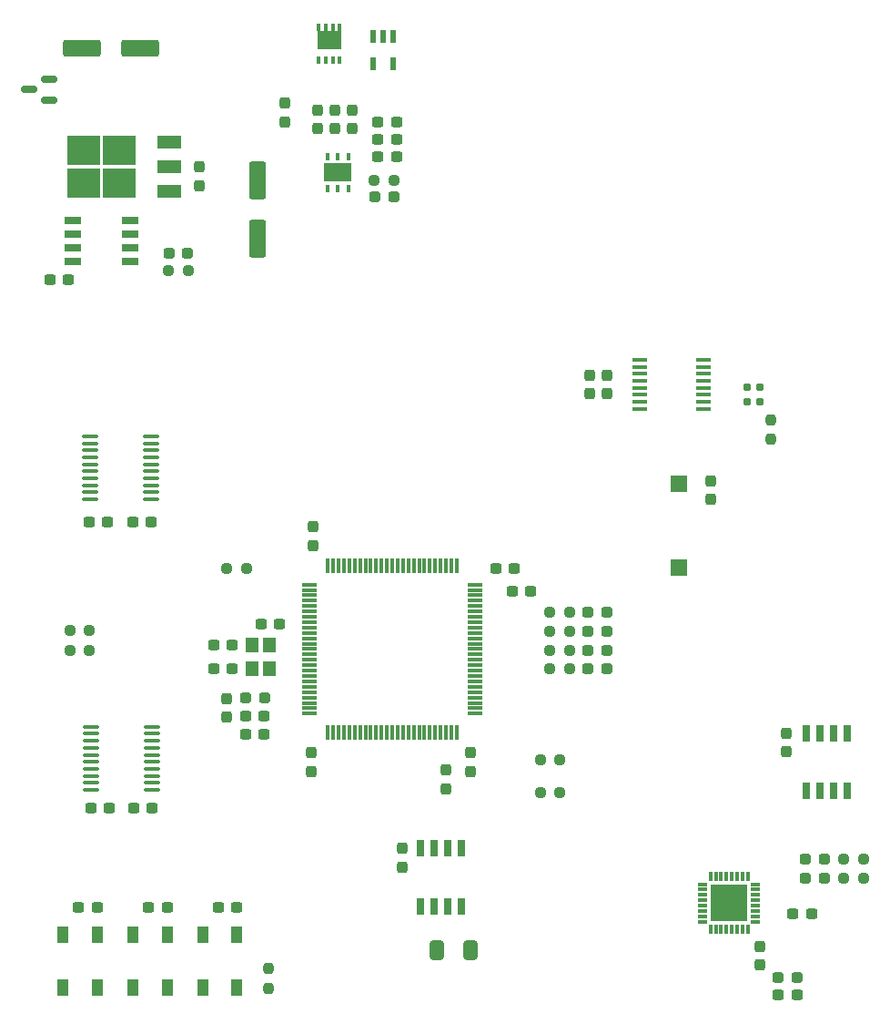
<source format=gbr>
%TF.GenerationSoftware,KiCad,Pcbnew,(6.0.0)*%
%TF.CreationDate,2022-01-23T23:40:48+07:00*%
%TF.ProjectId,NarwhelMainV2,4e617277-6865-46c4-9d61-696e56322e6b,rev?*%
%TF.SameCoordinates,Original*%
%TF.FileFunction,Paste,Top*%
%TF.FilePolarity,Positive*%
%FSLAX46Y46*%
G04 Gerber Fmt 4.6, Leading zero omitted, Abs format (unit mm)*
G04 Created by KiCad (PCBNEW (6.0.0)) date 2022-01-23 23:40:48*
%MOMM*%
%LPD*%
G01*
G04 APERTURE LIST*
G04 Aperture macros list*
%AMRoundRect*
0 Rectangle with rounded corners*
0 $1 Rounding radius*
0 $2 $3 $4 $5 $6 $7 $8 $9 X,Y pos of 4 corners*
0 Add a 4 corners polygon primitive as box body*
4,1,4,$2,$3,$4,$5,$6,$7,$8,$9,$2,$3,0*
0 Add four circle primitives for the rounded corners*
1,1,$1+$1,$2,$3*
1,1,$1+$1,$4,$5*
1,1,$1+$1,$6,$7*
1,1,$1+$1,$8,$9*
0 Add four rect primitives between the rounded corners*
20,1,$1+$1,$2,$3,$4,$5,0*
20,1,$1+$1,$4,$5,$6,$7,0*
20,1,$1+$1,$6,$7,$8,$9,0*
20,1,$1+$1,$8,$9,$2,$3,0*%
G04 Aperture macros list end*
%ADD10RoundRect,0.237500X-0.237500X0.300000X-0.237500X-0.300000X0.237500X-0.300000X0.237500X0.300000X0*%
%ADD11RoundRect,0.237500X-0.300000X-0.237500X0.300000X-0.237500X0.300000X0.237500X-0.300000X0.237500X0*%
%ADD12RoundRect,0.237500X-0.250000X-0.237500X0.250000X-0.237500X0.250000X0.237500X-0.250000X0.237500X0*%
%ADD13RoundRect,0.237500X0.250000X0.237500X-0.250000X0.237500X-0.250000X-0.237500X0.250000X-0.237500X0*%
%ADD14RoundRect,0.237500X0.300000X0.237500X-0.300000X0.237500X-0.300000X-0.237500X0.300000X-0.237500X0*%
%ADD15RoundRect,0.160000X-0.197500X-0.160000X0.197500X-0.160000X0.197500X0.160000X-0.197500X0.160000X0*%
%ADD16R,0.650000X1.500000*%
%ADD17RoundRect,0.237500X-0.287500X-0.237500X0.287500X-0.237500X0.287500X0.237500X-0.287500X0.237500X0*%
%ADD18RoundRect,0.237500X0.237500X-0.300000X0.237500X0.300000X-0.237500X0.300000X-0.237500X-0.300000X0*%
%ADD19R,1.200000X1.400000*%
%ADD20RoundRect,0.250000X1.500000X0.550000X-1.500000X0.550000X-1.500000X-0.550000X1.500000X-0.550000X0*%
%ADD21R,0.850000X0.300000*%
%ADD22R,0.300000X0.850000*%
%ADD23R,3.400000X3.400000*%
%ADD24RoundRect,0.237500X0.287500X0.237500X-0.287500X0.237500X-0.287500X-0.237500X0.287500X-0.237500X0*%
%ADD25R,1.500000X0.650000*%
%ADD26R,0.600000X1.200000*%
%ADD27R,0.300000X0.800000*%
%ADD28R,2.500000X1.750000*%
%ADD29R,1.000000X1.500000*%
%ADD30RoundRect,0.100000X0.637500X0.100000X-0.637500X0.100000X-0.637500X-0.100000X0.637500X-0.100000X0*%
%ADD31R,0.340000X0.800000*%
%ADD32R,0.340000X0.650000*%
%ADD33R,2.290000X1.710000*%
%ADD34R,1.475000X0.450000*%
%ADD35RoundRect,0.250000X-0.412500X-0.650000X0.412500X-0.650000X0.412500X0.650000X-0.412500X0.650000X0*%
%ADD36RoundRect,0.237500X0.237500X-0.250000X0.237500X0.250000X-0.237500X0.250000X-0.237500X-0.250000X0*%
%ADD37RoundRect,0.237500X-0.237500X0.250000X-0.237500X-0.250000X0.237500X-0.250000X0.237500X0.250000X0*%
%ADD38R,1.475000X0.300000*%
%ADD39R,0.300000X1.475000*%
%ADD40R,1.500000X1.500000*%
%ADD41RoundRect,0.237500X-0.237500X0.287500X-0.237500X-0.287500X0.237500X-0.287500X0.237500X0.287500X0*%
%ADD42RoundRect,0.250000X-0.550000X1.500000X-0.550000X-1.500000X0.550000X-1.500000X0.550000X1.500000X0*%
%ADD43R,3.050000X2.750000*%
%ADD44R,2.200000X1.200000*%
%ADD45RoundRect,0.150000X0.587500X0.150000X-0.587500X0.150000X-0.587500X-0.150000X0.587500X-0.150000X0*%
G04 APERTURE END LIST*
D10*
%TO.C,C37*%
X182850000Y-113312500D03*
X182850000Y-115037500D03*
%TD*%
D11*
%TO.C,C33*%
X144875000Y-59705000D03*
X146600000Y-59705000D03*
%TD*%
D12*
%TO.C,R5*%
X160862500Y-105600000D03*
X162687500Y-105600000D03*
%TD*%
D13*
%TO.C,R8*%
X118037500Y-103750000D03*
X116212500Y-103750000D03*
%TD*%
D14*
%TO.C,C6*%
X125250000Y-129500000D03*
X123525000Y-129500000D03*
%TD*%
D15*
%TO.C,R16*%
X179202500Y-82500000D03*
X180397500Y-82500000D03*
%TD*%
D10*
%TO.C,C2*%
X130825000Y-110087500D03*
X130825000Y-111812500D03*
%TD*%
D15*
%TO.C,R17*%
X179202500Y-81200000D03*
X180397500Y-81200000D03*
%TD*%
D16*
%TO.C,IC7*%
X184695000Y-118700000D03*
X185965000Y-118700000D03*
X187235000Y-118700000D03*
X188505000Y-118700000D03*
X188505000Y-113300000D03*
X187235000Y-113300000D03*
X185965000Y-113300000D03*
X184695000Y-113300000D03*
%TD*%
D12*
%TO.C,R7*%
X116212500Y-105650000D03*
X118037500Y-105650000D03*
%TD*%
D11*
%TO.C,C32*%
X144875000Y-58105000D03*
X146600000Y-58105000D03*
%TD*%
D10*
%TO.C,C20*%
X147125000Y-124037500D03*
X147125000Y-125762500D03*
%TD*%
D11*
%TO.C,C34*%
X182112500Y-137600000D03*
X183837500Y-137600000D03*
%TD*%
D12*
%TO.C,R3*%
X160862500Y-102100000D03*
X162687500Y-102100000D03*
%TD*%
D14*
%TO.C,C10*%
X134287500Y-113450000D03*
X132562500Y-113450000D03*
%TD*%
D10*
%TO.C,C17*%
X166200000Y-80037500D03*
X166200000Y-81762500D03*
%TD*%
D17*
%TO.C,D11*%
X184643750Y-126800000D03*
X186393750Y-126800000D03*
%TD*%
%TO.C,D10*%
X184643750Y-125000000D03*
X186393750Y-125000000D03*
%TD*%
%TO.C,FB1*%
X132550000Y-110050000D03*
X134300000Y-110050000D03*
%TD*%
D10*
%TO.C,C14*%
X175850000Y-89887500D03*
X175850000Y-91612500D03*
%TD*%
D12*
%TO.C,R9*%
X130800000Y-98000000D03*
X132625000Y-98000000D03*
%TD*%
D18*
%TO.C,C1*%
X138800000Y-95862500D03*
X138800000Y-94137500D03*
%TD*%
D19*
%TO.C,Y1*%
X133125000Y-105150000D03*
X133125000Y-107350000D03*
X134725000Y-107350000D03*
X134725000Y-105150000D03*
%TD*%
D11*
%TO.C,C24*%
X118137500Y-120250000D03*
X119862500Y-120250000D03*
%TD*%
D20*
%TO.C,C25*%
X122700000Y-49700000D03*
X117300000Y-49700000D03*
%TD*%
D14*
%TO.C,C8*%
X134287500Y-111750000D03*
X132562500Y-111750000D03*
%TD*%
D10*
%TO.C,C26*%
X128250000Y-60700000D03*
X128250000Y-62425000D03*
%TD*%
D18*
%TO.C,C29*%
X140875000Y-57112500D03*
X140875000Y-55387500D03*
%TD*%
D10*
%TO.C,C7*%
X153500000Y-115137500D03*
X153500000Y-116862500D03*
%TD*%
D21*
%TO.C,IC8*%
X175100000Y-127350000D03*
X175100000Y-127850000D03*
X175100000Y-128350000D03*
X175100000Y-128850000D03*
X175100000Y-129350000D03*
X175100000Y-129850000D03*
X175100000Y-130350000D03*
X175100000Y-130850000D03*
D22*
X175800000Y-131550000D03*
X176300000Y-131550000D03*
X176800000Y-131550000D03*
X177300000Y-131550000D03*
X177800000Y-131550000D03*
X178300000Y-131550000D03*
X178800000Y-131550000D03*
X179300000Y-131550000D03*
D21*
X180000000Y-130850000D03*
X180000000Y-130350000D03*
X180000000Y-129850000D03*
X180000000Y-129350000D03*
X180000000Y-128850000D03*
X180000000Y-128350000D03*
X180000000Y-127850000D03*
X180000000Y-127350000D03*
D22*
X179300000Y-126650000D03*
X178800000Y-126650000D03*
X178300000Y-126650000D03*
X177800000Y-126650000D03*
X177300000Y-126650000D03*
X176800000Y-126650000D03*
X176300000Y-126650000D03*
X175800000Y-126650000D03*
D23*
X177550000Y-129100000D03*
%TD*%
D11*
%TO.C,C16*%
X157337500Y-100100000D03*
X159062500Y-100100000D03*
%TD*%
D13*
%TO.C,R11*%
X161800000Y-118800000D03*
X159975000Y-118800000D03*
%TD*%
D24*
%TO.C,D5*%
X166150000Y-105600000D03*
X164400000Y-105600000D03*
%TD*%
D25*
%TO.C,IC6*%
X121850000Y-69455000D03*
X121850000Y-68185000D03*
X121850000Y-66915000D03*
X121850000Y-65645000D03*
X116450000Y-65645000D03*
X116450000Y-66915000D03*
X116450000Y-68185000D03*
X116450000Y-69455000D03*
%TD*%
D26*
%TO.C,IC4*%
X146285000Y-48595000D03*
X145335000Y-48595000D03*
X144385000Y-48595000D03*
X144385000Y-51095000D03*
X146285000Y-51095000D03*
%TD*%
D18*
%TO.C,C30*%
X142475000Y-57112500D03*
X142475000Y-55387500D03*
%TD*%
D14*
%TO.C,C12*%
X131287500Y-105150000D03*
X129562500Y-105150000D03*
%TD*%
D24*
%TO.C,D9*%
X127175000Y-68700000D03*
X125425000Y-68700000D03*
%TD*%
D11*
%TO.C,C22*%
X118000000Y-93650000D03*
X119725000Y-93650000D03*
%TD*%
%TO.C,C21*%
X122062500Y-93650000D03*
X123787500Y-93650000D03*
%TD*%
D14*
%TO.C,C11*%
X135687500Y-103200000D03*
X133962500Y-103200000D03*
%TD*%
D27*
%TO.C,IC5*%
X140200000Y-62705000D03*
X141150000Y-62705000D03*
X142100000Y-62705000D03*
X142100000Y-59705000D03*
X141150000Y-59705000D03*
X140200000Y-59705000D03*
D28*
X141150000Y-61205000D03*
%TD*%
D29*
%TO.C,D8*%
X118750000Y-132050000D03*
X115550000Y-132050000D03*
X115550000Y-136950000D03*
X118750000Y-136950000D03*
%TD*%
D24*
%TO.C,D3*%
X166150000Y-102100000D03*
X164400000Y-102100000D03*
%TD*%
D10*
%TO.C,C15*%
X151200000Y-116737500D03*
X151200000Y-118462500D03*
%TD*%
D17*
%TO.C,FB3*%
X182100000Y-136000000D03*
X183850000Y-136000000D03*
%TD*%
D14*
%TO.C,C13*%
X131287500Y-107350000D03*
X129562500Y-107350000D03*
%TD*%
D24*
%TO.C,D6*%
X166150000Y-107350000D03*
X164400000Y-107350000D03*
%TD*%
D13*
%TO.C,R12*%
X161812500Y-115800000D03*
X159987500Y-115800000D03*
%TD*%
D30*
%TO.C,U2*%
X123862500Y-118575000D03*
X123862500Y-117925000D03*
X123862500Y-117275000D03*
X123862500Y-116625000D03*
X123862500Y-115975000D03*
X123862500Y-115325000D03*
X123862500Y-114675000D03*
X123862500Y-114025000D03*
X123862500Y-113375000D03*
X123862500Y-112725000D03*
X118137500Y-112725000D03*
X118137500Y-113375000D03*
X118137500Y-114025000D03*
X118137500Y-114675000D03*
X118137500Y-115325000D03*
X118137500Y-115975000D03*
X118137500Y-116625000D03*
X118137500Y-117275000D03*
X118137500Y-117925000D03*
X118137500Y-118575000D03*
%TD*%
D11*
%TO.C,C35*%
X183487500Y-130100000D03*
X185212500Y-130100000D03*
%TD*%
D14*
%TO.C,C36*%
X116062500Y-71200000D03*
X114337500Y-71200000D03*
%TD*%
%TO.C,C5*%
X118750000Y-129500000D03*
X117025000Y-129500000D03*
%TD*%
D30*
%TO.C,U1*%
X123787500Y-91575000D03*
X123787500Y-90925000D03*
X123787500Y-90275000D03*
X123787500Y-89625000D03*
X123787500Y-88975000D03*
X123787500Y-88325000D03*
X123787500Y-87675000D03*
X123787500Y-87025000D03*
X123787500Y-86375000D03*
X123787500Y-85725000D03*
X118062500Y-85725000D03*
X118062500Y-86375000D03*
X118062500Y-87025000D03*
X118062500Y-87675000D03*
X118062500Y-88325000D03*
X118062500Y-88975000D03*
X118062500Y-89625000D03*
X118062500Y-90275000D03*
X118062500Y-90925000D03*
X118062500Y-91575000D03*
%TD*%
D14*
%TO.C,C4*%
X131750000Y-129500000D03*
X130025000Y-129500000D03*
%TD*%
D31*
%TO.C,Q1*%
X139360000Y-50795000D03*
X140010000Y-50795000D03*
X140660000Y-50795000D03*
X141310000Y-50795000D03*
D32*
X141310000Y-47720000D03*
X140660000Y-47720000D03*
X140010000Y-47720000D03*
X139360000Y-47720000D03*
D33*
X140335000Y-48900000D03*
%TD*%
D24*
%TO.C,D4*%
X166150000Y-103850000D03*
X164400000Y-103850000D03*
%TD*%
D29*
%TO.C,D7*%
X125250000Y-132050000D03*
X122050000Y-132050000D03*
X122050000Y-136950000D03*
X125250000Y-136950000D03*
%TD*%
%TO.C,D1*%
X131750000Y-132050000D03*
X128550000Y-132050000D03*
X128550000Y-136950000D03*
X131750000Y-136950000D03*
%TD*%
D12*
%TO.C,R6*%
X160862500Y-107350000D03*
X162687500Y-107350000D03*
%TD*%
D13*
%TO.C,R14*%
X190031250Y-126800000D03*
X188206250Y-126800000D03*
%TD*%
D18*
%TO.C,C38*%
X180400000Y-134862500D03*
X180400000Y-133137500D03*
%TD*%
D34*
%TO.C,IC2*%
X175138000Y-83175000D03*
X175138000Y-82525000D03*
X175138000Y-81875000D03*
X175138000Y-81225000D03*
X175138000Y-80575000D03*
X175138000Y-79925000D03*
X175138000Y-79275000D03*
X175138000Y-78625000D03*
X169262000Y-78625000D03*
X169262000Y-79275000D03*
X169262000Y-79925000D03*
X169262000Y-80575000D03*
X169262000Y-81225000D03*
X169262000Y-81875000D03*
X169262000Y-82525000D03*
X169262000Y-83175000D03*
%TD*%
D12*
%TO.C,R4*%
X160862500Y-103850000D03*
X162687500Y-103850000D03*
%TD*%
D11*
%TO.C,C3*%
X155837500Y-98000000D03*
X157562500Y-98000000D03*
%TD*%
D10*
%TO.C,C18*%
X164600000Y-80037500D03*
X164600000Y-81762500D03*
%TD*%
D35*
%TO.C,C19*%
X150362500Y-133500000D03*
X153487500Y-133500000D03*
%TD*%
D36*
%TO.C,R15*%
X181400000Y-86012500D03*
X181400000Y-84187500D03*
%TD*%
D18*
%TO.C,C28*%
X139275000Y-57112500D03*
X139275000Y-55387500D03*
%TD*%
D17*
%TO.C,D2*%
X144575000Y-63505000D03*
X146325000Y-63505000D03*
%TD*%
D13*
%TO.C,R10*%
X127212500Y-70300000D03*
X125387500Y-70300000D03*
%TD*%
%TO.C,R13*%
X190031250Y-125000000D03*
X188206250Y-125000000D03*
%TD*%
D12*
%TO.C,R2*%
X144537500Y-61905000D03*
X146362500Y-61905000D03*
%TD*%
D11*
%TO.C,C31*%
X144875000Y-56505000D03*
X146600000Y-56505000D03*
%TD*%
D10*
%TO.C,C9*%
X138700000Y-115137500D03*
X138700000Y-116862500D03*
%TD*%
D37*
%TO.C,R1*%
X134650000Y-135175000D03*
X134650000Y-137000000D03*
%TD*%
D38*
%TO.C,IC1*%
X138462000Y-99500000D03*
X138462000Y-100000000D03*
X138462000Y-100500000D03*
X138462000Y-101000000D03*
X138462000Y-101500000D03*
X138462000Y-102000000D03*
X138462000Y-102500000D03*
X138462000Y-103000000D03*
X138462000Y-103500000D03*
X138462000Y-104000000D03*
X138462000Y-104500000D03*
X138462000Y-105000000D03*
X138462000Y-105500000D03*
X138462000Y-106000000D03*
X138462000Y-106500000D03*
X138462000Y-107000000D03*
X138462000Y-107500000D03*
X138462000Y-108000000D03*
X138462000Y-108500000D03*
X138462000Y-109000000D03*
X138462000Y-109500000D03*
X138462000Y-110000000D03*
X138462000Y-110500000D03*
X138462000Y-111000000D03*
X138462000Y-111500000D03*
D39*
X140200000Y-113238000D03*
X140700000Y-113238000D03*
X141200000Y-113238000D03*
X141700000Y-113238000D03*
X142200000Y-113238000D03*
X142700000Y-113238000D03*
X143200000Y-113238000D03*
X143700000Y-113238000D03*
X144200000Y-113238000D03*
X144700000Y-113238000D03*
X145200000Y-113238000D03*
X145700000Y-113238000D03*
X146200000Y-113238000D03*
X146700000Y-113238000D03*
X147200000Y-113238000D03*
X147700000Y-113238000D03*
X148200000Y-113238000D03*
X148700000Y-113238000D03*
X149200000Y-113238000D03*
X149700000Y-113238000D03*
X150200000Y-113238000D03*
X150700000Y-113238000D03*
X151200000Y-113238000D03*
X151700000Y-113238000D03*
X152200000Y-113238000D03*
D38*
X153938000Y-111500000D03*
X153938000Y-111000000D03*
X153938000Y-110500000D03*
X153938000Y-110000000D03*
X153938000Y-109500000D03*
X153938000Y-109000000D03*
X153938000Y-108500000D03*
X153938000Y-108000000D03*
X153938000Y-107500000D03*
X153938000Y-107000000D03*
X153938000Y-106500000D03*
X153938000Y-106000000D03*
X153938000Y-105500000D03*
X153938000Y-105000000D03*
X153938000Y-104500000D03*
X153938000Y-104000000D03*
X153938000Y-103500000D03*
X153938000Y-103000000D03*
X153938000Y-102500000D03*
X153938000Y-102000000D03*
X153938000Y-101500000D03*
X153938000Y-101000000D03*
X153938000Y-100500000D03*
X153938000Y-100000000D03*
X153938000Y-99500000D03*
D39*
X152200000Y-97762000D03*
X151700000Y-97762000D03*
X151200000Y-97762000D03*
X150700000Y-97762000D03*
X150200000Y-97762000D03*
X149700000Y-97762000D03*
X149200000Y-97762000D03*
X148700000Y-97762000D03*
X148200000Y-97762000D03*
X147700000Y-97762000D03*
X147200000Y-97762000D03*
X146700000Y-97762000D03*
X146200000Y-97762000D03*
X145700000Y-97762000D03*
X145200000Y-97762000D03*
X144700000Y-97762000D03*
X144200000Y-97762000D03*
X143700000Y-97762000D03*
X143200000Y-97762000D03*
X142700000Y-97762000D03*
X142200000Y-97762000D03*
X141700000Y-97762000D03*
X141200000Y-97762000D03*
X140700000Y-97762000D03*
X140200000Y-97762000D03*
%TD*%
D40*
%TO.C,SW1*%
X172900000Y-97900000D03*
X172900000Y-90100000D03*
%TD*%
D41*
%TO.C,FB2*%
X136200000Y-54775000D03*
X136200000Y-56525000D03*
%TD*%
D16*
%TO.C,IC3*%
X148820000Y-129400000D03*
X150090000Y-129400000D03*
X151360000Y-129400000D03*
X152630000Y-129400000D03*
X152630000Y-124000000D03*
X151360000Y-124000000D03*
X150090000Y-124000000D03*
X148820000Y-124000000D03*
%TD*%
D42*
%TO.C,C27*%
X133650000Y-61950000D03*
X133650000Y-67350000D03*
%TD*%
D43*
%TO.C,U3*%
X120825000Y-59175000D03*
X120825000Y-62225000D03*
X117475000Y-59175000D03*
X117475000Y-62225000D03*
D44*
X125450000Y-62980000D03*
X125450000Y-60700000D03*
X125450000Y-58420000D03*
%TD*%
D11*
%TO.C,C23*%
X122137500Y-120250000D03*
X123862500Y-120250000D03*
%TD*%
D45*
%TO.C,Q2*%
X114287500Y-54450000D03*
X114287500Y-52550000D03*
X112412500Y-53500000D03*
%TD*%
M02*

</source>
